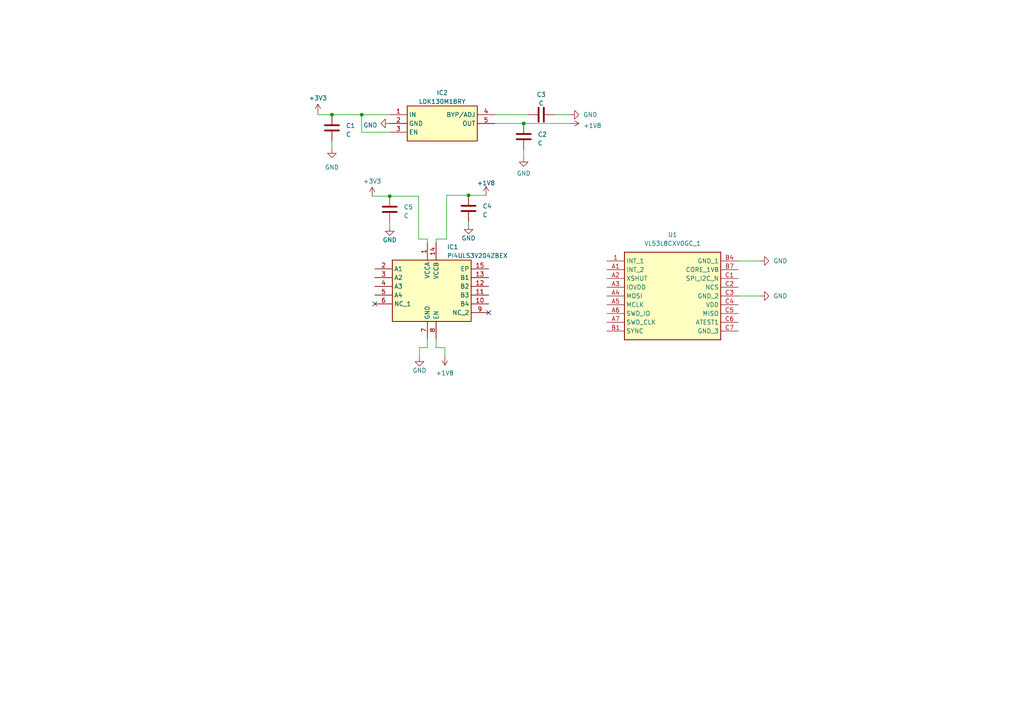
<source format=kicad_sch>
(kicad_sch (version 20230121) (generator eeschema)
  (paper "A4")
  (lib_symbols
    (symbol "Device:C" (pin_numbers hide) (pin_names (offset 0.254))
      (property "Reference" "C" (at 0.635 2.54 0))
      (property "Value" "C" (at 0.635 -2.54 0))
      (symbol "C_0_1"
        (polyline (pts (xy -2.032 -0.762) (xy 2.032 -0.762)) (stroke (width 0.508)))
        (polyline (pts (xy -2.032 0.762) (xy 2.032 0.762)) (stroke (width 0.508)))
      )
      (symbol "C_1_1"
        (pin passive line (at 0 3.81 270) (length 2.794) (name "~") (number "1"))
        (pin passive line (at 0 -3.81 90) (length 2.794) (name "~") (number "2"))
      )
    )
    (symbol "SamacSys_Parts:LDK130M18RY"
      (property "Reference" "IC" (at 26.67 7.62 0))
      (property "Value" "LDK130M18RY" (at 26.67 5.08 0))
      (symbol "LDK130M18RY_1_1"
        (rectangle (start 5.08 2.54) (end 25.4 -7.62) (stroke (width 0.254)) (fill (type background)))
        (pin passive line (at 0 0 0) (length 5.08) (name "IN") (number "1"))
        (pin passive line (at 0 -2.54 0) (length 5.08) (name "GND") (number "2"))
        (pin passive line (at 0 -5.08 0) (length 5.08) (name "EN") (number "3"))
        (pin passive line (at 30.48 0 180) (length 5.08) (name "BYP/ADJ") (number "4"))
        (pin passive line (at 30.48 -2.54 180) (length 5.08) (name "OUT") (number "5"))
      )
    )
    (symbol "SamacSys_Parts:PI4ULS3V204ZBEX"
      (property "Reference" "IC" (at 24.13 15.24 0))
      (property "Value" "PI4ULS3V204ZBEX" (at 24.13 12.7 0))
      (symbol "PI4ULS3V204ZBEX_1_1"
        (rectangle (start 5.08 10.16) (end 22.86 -12.7) (stroke (width 0.254)) (fill (type background)))
        (pin passive line (at 0 -2.54 0) (length 5.08) (name "VCCA") (number "1"))
        (pin passive line (at 17.78 15.24 270) (length 5.08) (name "B4") (number "10"))
        (pin passive line (at 15.24 15.24 270) (length 5.08) (name "B3") (number "11"))
        (pin passive line (at 12.7 15.24 270) (length 5.08) (name "B2") (number "12"))
        (pin passive line (at 10.16 15.24 270) (length 5.08) (name "B1") (number "13"))
        (pin passive line (at 0 0 0) (length 5.08) (name "VCCB") (number "14"))
        (pin passive line (at 7.62 15.24 270) (length 5.08) (name "EP") (number "15"))
        (pin passive line (at 7.62 -17.78 90) (length 5.08) (name "A1") (number "2"))
        (pin passive line (at 10.16 -17.78 90) (length 5.08) (name "A2") (number "3"))
        (pin passive line (at 12.7 -17.78 90) (length 5.08) (name "A3") (number "4"))
        (pin passive line (at 15.24 -17.78 90) (length 5.08) (name "A4") (number "5"))
        (pin passive line (at 17.78 -17.78 90) (length 5.08) (name "NC_1") (number "6"))
        (pin passive line (at 27.94 -2.54 180) (length 5.08) (name "GND") (number "7"))
        (pin passive line (at 27.94 0 180) (length 5.08) (name "EN") (number "8"))
        (pin passive line (at 20.32 15.24 270) (length 5.08) (name "NC_2") (number "9"))
      )
    )
    (symbol "SamacSys_Parts:VL53L8CXV0GC_1"
      (property "Reference" "U" (at 34.29 7.62 0))
      (property "Value" "VL53L8CXV0GC_1" (at 34.29 5.08 0))
      (symbol "VL53L8CXV0GC_1_1_1"
        (rectangle (start 5.08 2.54) (end 33.02 -22.86) (stroke (width 0.254)) (fill (type background)))
        (pin passive line (at 0 0 0) (length 5.08) (name "INT_1") (number "1"))
        (pin passive line (at 0 -2.54 0) (length 5.08) (name "INT_2") (number "A1"))
        (pin passive line (at 0 -5.08 0) (length 5.08) (name "XSHUT") (number "A2"))
        (pin passive line (at 0 -7.62 0) (length 5.08) (name "IOVDD") (number "A3"))
        (pin passive line (at 0 -10.16 0) (length 5.08) (name "MOSI") (number "A4"))
        (pin passive line (at 0 -12.7 0) (length 5.08) (name "MCLK") (number "A5"))
        (pin passive line (at 0 -15.24 0) (length 5.08) (name "SWD_IO") (number "A6"))
        (pin passive line (at 0 -17.78 0) (length 5.08) (name "SWD_CLK") (number "A7"))
        (pin passive line (at 0 -20.32 0) (length 5.08) (name "SYNC") (number "B1"))
        (pin passive line (at 38.1 0 180) (length 5.08) (name "GND_1") (number "B4"))
        (pin passive line (at 38.1 -2.54 180) (length 5.08) (name "CORE_1V8") (number "B7"))
        (pin passive line (at 38.1 -5.08 180) (length 5.08) (name "SPI_I2C_N") (number "C1"))
        (pin passive line (at 38.1 -7.62 180) (length 5.08) (name "NCS") (number "C2"))
        (pin passive line (at 38.1 -10.16 180) (length 5.08) (name "GND_2") (number "C3"))
        (pin passive line (at 38.1 -12.7 180) (length 5.08) (name "VDD") (number "C4"))
        (pin passive line (at 38.1 -15.24 180) (length 5.08) (name "MISO") (number "C5"))
        (pin passive line (at 38.1 -17.78 180) (length 5.08) (name "ATEST1") (number "C6"))
        (pin passive line (at 38.1 -20.32 180) (length 5.08) (name "GND_3") (number "C7"))
      )
    )
    (symbol "power:+1V8" (power) (pin_names (offset 0))
      (property "Value" "+1V8" (at 0 3.556 0))
      (symbol "+1V8_0_1"
        (polyline (pts (xy -0.762 1.27) (xy 0 2.54)))
        (polyline (pts (xy 0 0) (xy 0 2.54)))
        (polyline (pts (xy 0 2.54) (xy 0.762 1.27)))
      )
      (symbol "+1V8_1_1"
        (pin power_in line (at 0 0 90) (length 0) hide (name "+1V8") (number "1"))
      )
    )
    (symbol "power:+3V3" (power) (pin_names (offset 0))
      (property "Value" "+3V3" (at 0 3.556 0))
      (symbol "+3V3_0_1"
        (polyline (pts (xy -0.762 1.27) (xy 0 2.54)))
        (polyline (pts (xy 0 0) (xy 0 2.54)))
        (polyline (pts (xy 0 2.54) (xy 0.762 1.27)))
      )
      (symbol "+3V3_1_1"
        (pin power_in line (at 0 0 90) (length 0) hide (name "+3V3") (number "1"))
      )
    )
    (symbol "power:GND" (power) (pin_names (offset 0))
      (property "Value" "GND" (at 0 -3.81 0))
      (symbol "GND_0_1"
        (polyline (pts (xy 0 0) (xy 0 -1.27) (xy 1.27 -1.27) (xy 0 -2.54) (xy -1.27 -1.27) (xy 0 -1.27)))
      )
      (symbol "GND_1_1"
        (pin power_in line (at 0 0 270) (length 0) hide (name "GND") (number "1"))
      )
    )
  )
  (junction (at 151.892 35.814))
  (junction (at 96.266 33.274))
  (junction (at 104.902 33.274))
  (junction (at 135.89 56.642))
  (junction (at 113.03 56.896))
  (no_connect (at 141.732 90.678))
  (no_connect (at 108.712 88.138))
  (wire (pts (xy 123.952 69.342) (xy 123.952 70.358)))
  (wire (pts (xy 126.492 100.838) (xy 126.492 98.298)))
  (wire (pts (xy 135.89 56.642) (xy 140.97 56.642)))
  (wire (pts (xy 92.202 33.274) (xy 92.202 32.766)))
  (wire (pts (xy 214.122 85.852) (xy 220.472 85.852)))
  (wire (pts (xy 113.03 56.896) (xy 107.95 56.896)))
  (wire (pts (xy 151.892 35.814) (xy 165.354 35.814)))
  (wire (pts (xy 96.266 33.274) (xy 92.202 33.274)))
  (wire (pts (xy 151.892 45.72) (xy 151.892 43.434)))
  (wire (pts (xy 113.03 33.274) (xy 104.902 33.274)))
  (wire (pts (xy 113.03 65.786) (xy 113.03 64.516)))
  (wire (pts (xy 153.162 33.274) (xy 143.51 33.274)))
  (wire (pts (xy 129.032 103.378) (xy 129.032 100.838)))
  (wire (pts (xy 129.54 56.642) (xy 129.54 69.342)))
  (wire (pts (xy 104.902 33.274) (xy 96.266 33.274)))
  (wire (pts (xy 121.666 103.632) (xy 121.666 100.838)))
  (wire (pts (xy 129.54 56.642) (xy 135.89 56.642)))
  (wire (pts (xy 121.412 69.342) (xy 123.952 69.342)))
  (wire (pts (xy 121.412 56.896) (xy 121.412 69.342)))
  (wire (pts (xy 121.412 56.896) (xy 113.03 56.896)))
  (wire (pts (xy 129.54 69.342) (xy 126.492 69.342)))
  (wire (pts (xy 113.03 38.354) (xy 104.902 38.354)))
  (wire (pts (xy 123.952 100.838) (xy 123.952 98.298)))
  (wire (pts (xy 104.902 33.274) (xy 104.902 38.354)))
  (wire (pts (xy 129.032 100.838) (xy 126.492 100.838)))
  (wire (pts (xy 214.122 75.692) (xy 220.472 75.692)))
  (wire (pts (xy 96.266 43.18) (xy 96.266 40.894)))
  (wire (pts (xy 165.354 33.274) (xy 160.782 33.274)))
  (wire (pts (xy 143.51 35.814) (xy 151.892 35.814)))
  (wire (pts (xy 121.666 100.838) (xy 123.952 100.838)))
  (wire (pts (xy 126.492 69.342) (xy 126.492 70.358)))
  (wire (pts (xy 135.89 65.278) (xy 135.89 64.262)))
  (symbol (lib_id "power:+1V8") (at 129.032 103.378 180) (unit 1)
    (property "Reference" "#PWR09" (effects hide))
    (property "Value" "+1V8" (at 129.032 108.204 0))
  )
  (symbol (lib_id "power:+3V3") (at 107.95 56.896 0) (unit 1)
    (property "Reference" "#PWR011" (effects hide))
    (property "Value" "+3V3" (at 107.95 52.578 0))
  )
  (symbol (lib_id "power:+3V3") (at 92.202 32.766 0) (unit 1)
    (property "Reference" "#PWR03" (effects hide))
    (property "Value" "+3V3" (at 92.202 28.448 0))
  )
  (symbol (lib_id "Device:C") (at 113.03 60.706 0) (unit 1)
    (property "Reference" "C5" (at 117.094 60.071 0) (effects (justify left)))
    (property "Value" "C" (at 117.094 62.611 0) (effects (justify left)))
  )
  (symbol (lib_id "power:GND") (at 113.03 35.814 270) (unit 1)
    (property "Reference" "#PWR08" (effects hide))
    (property "Value" "GND" (at 109.474 36.322 90) (effects (justify right)))
  )
  (symbol (lib_id "SamacSys_Parts:VL53L8CXV0GC_1") (at 176.022 75.692 0) (unit 1)
    (property "Reference" "U1" (at 195.072 68.072 0))
    (property "Value" "VL53L8CXV0GC_1" (at 195.072 70.612 0))
    (property "Footprint" "VL53L8CXV0GC1" (effects hide))
    (property "Datasheet" "https://www.st.com/resource/en/datasheet/vl53l8cx.pdf" (effects hide))
    (property "Height" "1.8" (effects hide))
    (property "Mouser Part Number" "511-VL53L8CXV0GC/1" (effects hide))
    (property "Mouser Price/Stock" "https://www.mouser.co.uk/ProductDetail/STMicroelectronics/VL53L8CXV0GC-1?qs=T%252BzbugeAwjhc9idkQC%252BF8g%3D%3D" (effects hide))
    (property "Manufacturer_Name" "STMicroelectronics" (effects hide))
    (property "Manufacturer_Part_Number" "VL53L8CXV0GC/1" (effects hide))
  )
  (symbol (lib_id "power:+1V8") (at 140.97 56.642 0) (unit 1)
    (property "Reference" "#PWR010" (effects hide))
    (property "Value" "+1V8" (at 140.97 53.086 0))
  )
  (symbol (lib_id "power:GND") (at 220.472 75.692 90) (unit 1)
    (property "Reference" "#PWR02" (effects hide))
    (property "Value" "GND" (at 224.282 75.692 90) (effects (justify right)))
  )
  (symbol (lib_id "power:GND") (at 113.03 65.786 0) (unit 1)
    (property "Reference" "#PWR013" (effects hide))
    (property "Value" "GND" (at 113.03 69.596 0))
  )
  (symbol (lib_id "SamacSys_Parts:PI4ULS3V204ZBEX") (at 126.492 70.358 270) (unit 1)
    (property "Reference" "IC1" (at 129.6417 71.628 90) (effects (justify left)))
    (property "Value" "PI4ULS3V204ZBEX" (at 129.6417 74.168 90) (effects (justify left)))
    (property "Footprint" "PI4ULS3V204ZBEX" (effects hide))
    (property "Datasheet" "https://www.diodes.com/assets/Datasheets/PI4ULS3V204.pdf" (effects hide))
    (property "Height" "0.9" (effects hide))
    (property "Mouser Part Number" "729-PI4ULS3V204ZBEX" (effects hide))
    (property "Mouser Price/Stock" "https://www.mouser.co.uk/ProductDetail/Diodes-Incorporated/PI4ULS3V204ZBEX?qs=AQlKX63v8RsT3Gro83mlXA%3D%3D" (effects hide))
    (property "Manufacturer_Name" "Diodes Incorporated" (effects hide))
    (property "Manufacturer_Part_Number" "PI4ULS3V204ZBEX" (effects hide))
  )
  (symbol (lib_id "power:GND") (at 135.89 65.278 0) (unit 1)
    (property "Reference" "#PWR012" (effects hide))
    (property "Value" "GND" (at 135.89 69.088 0))
  )
  (symbol (lib_id "Device:C") (at 135.89 60.452 0) (unit 1)
    (property "Reference" "C4" (at 139.954 59.817 0) (effects (justify left)))
    (property "Value" "C" (at 139.954 62.357 0) (effects (justify left)))
  )
  (symbol (lib_id "power:GND") (at 96.266 43.18 0) (unit 1)
    (property "Reference" "#PWR07" (effects hide))
    (property "Value" "GND" (at 96.266 48.514 0))
  )
  (symbol (lib_id "power:GND") (at 121.666 103.632 0) (unit 1)
    (property "Reference" "#PWR014" (effects hide))
    (property "Value" "GND" (at 121.666 107.442 0))
  )
  (symbol (lib_id "power:+1V8") (at 165.354 35.814 270) (unit 1)
    (property "Reference" "#PWR04" (effects hide))
    (property "Value" "+1V8" (at 169.164 36.449 90) (effects (justify left)))
  )
  (symbol (lib_id "Device:C") (at 156.972 33.274 90) (unit 1)
    (property "Reference" "C3" (at 156.972 27.432 90))
    (property "Value" "C" (at 156.972 29.972 90))
  )
  (symbol (lib_id "SamacSys_Parts:LDK130M18RY") (at 113.03 33.274 0) (unit 1)
    (property "Reference" "IC2" (at 128.27 26.924 0))
    (property "Value" "LDK130M18RY" (at 128.27 29.464 0))
    (property "Footprint" "SOT95P280X145-5N" (effects hide))
    (property "Datasheet" "https://www.st.com/resource/en/datasheet/ldk130.pdf" (effects hide))
    (property "Height" "1.45" (effects hide))
    (property "Mouser Part Number" "511-LDK130M18RY" (effects hide))
    (property "Mouser Price/Stock" "https://www.mouser.co.uk/ProductDetail/STMicroelectronics/LDK130M18RY?qs=1mbolxNpo8cimcVReDgjnA%3D%3D" (effects hide))
    (property "Manufacturer_Name" "STMicroelectronics" (effects hide))
    (property "Manufacturer_Part_Number" "LDK130M18RY" (effects hide))
  )
  (symbol (lib_id "Device:C") (at 96.266 37.084 0) (unit 1)
    (property "Reference" "C1" (at 100.33 36.449 0) (effects (justify left)))
    (property "Value" "C" (at 100.33 38.989 0) (effects (justify left)))
  )
  (symbol (lib_id "power:GND") (at 220.472 85.852 90) (unit 1)
    (property "Reference" "#PWR01" (effects hide))
    (property "Value" "GND" (at 224.282 85.852 90) (effects (justify right)))
  )
  (symbol (lib_id "power:GND") (at 151.892 45.72 0) (unit 1)
    (property "Reference" "#PWR06" (effects hide))
    (property "Value" "GND" (at 151.892 50.292 0))
  )
  (symbol (lib_id "Device:C") (at 151.892 39.624 0) (unit 1)
    (property "Reference" "C2" (at 155.956 38.989 0) (effects (justify left)))
    (property "Value" "C" (at 155.956 41.529 0) (effects (justify left)))
  )
  (symbol (lib_id "power:GND") (at 165.354 33.274 90) (unit 1)
    (property "Reference" "#PWR05" (effects hide))
    (property "Value" "GND" (at 169.164 33.274 90) (effects (justify right)))
  )
)
</source>
